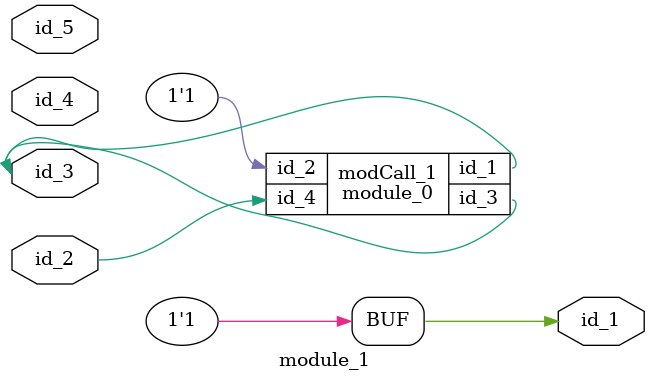
<source format=v>
module module_0 (
    id_1,
    id_2,
    id_3,
    id_4
);
  input wire id_4;
  output wire id_3;
  input wire id_2;
  inout wire id_1;
  generate
    wire id_5;
  endgenerate
endmodule
module module_1 (
    id_1,
    id_2,
    id_3,
    id_4,
    id_5
);
  input wire id_5;
  input wire id_4;
  inout wire id_3;
  inout wire id_2;
  output wire id_1;
  localparam id_6 = -1;
  module_0 modCall_1 (
      id_3,
      id_6,
      id_3,
      id_2
  );
  wire id_7;
  wire id_8;
  wire id_9;
  assign id_1 = -1;
endmodule

</source>
